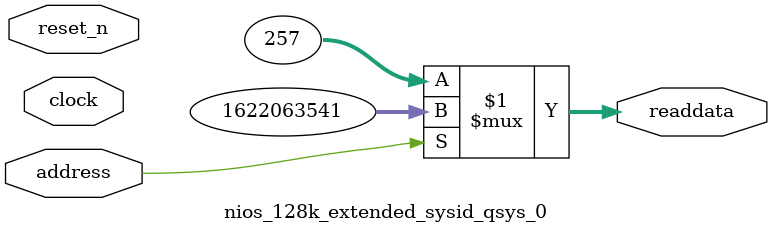
<source format=v>



// synthesis translate_off
`timescale 1ns / 1ps
// synthesis translate_on

// turn off superfluous verilog processor warnings 
// altera message_level Level1 
// altera message_off 10034 10035 10036 10037 10230 10240 10030 

module nios_128k_extended_sysid_qsys_0 (
               // inputs:
                address,
                clock,
                reset_n,

               // outputs:
                readdata
             )
;

  output  [ 31: 0] readdata;
  input            address;
  input            clock;
  input            reset_n;

  wire    [ 31: 0] readdata;
  //control_slave, which is an e_avalon_slave
  assign readdata = address ? 1622063541 : 257;

endmodule




</source>
